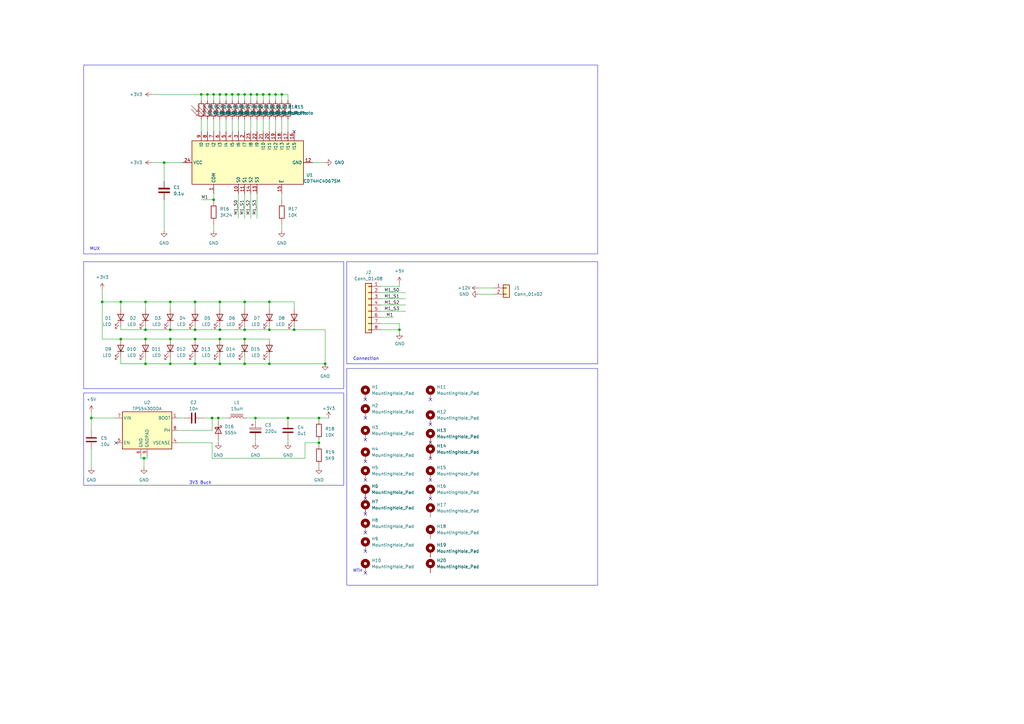
<source format=kicad_sch>
(kicad_sch (version 20230121) (generator eeschema)
  (paper "A3")
  (lib_symbols
    (symbol "74xx:CD74HC4067SM"
      (property "Reference" "U" (at -8.89 22.86 0))
      (property "Value" "CD74HC4067SM" (at 1.27 22.86 0))
      (symbol "CD74HC4067SM_0_1"
        (rectangle (start -8.89 21.59) (end 8.89 -24.13) (stroke (width 0.254)) (fill (type background)))
      )
      (symbol "CD74HC4067SM_1_1"
        (pin passive line (at -12.7 12.7 0) (length 3.81) (name "COM") (number "1"))
        (pin input line (at -12.7 2.54 0) (length 3.81) (name "S0") (number "10"))
        (pin input line (at -12.7 0 0) (length 3.81) (name "S1") (number "11"))
        (pin power_in line (at 0 -27.94 90) (length 3.81) (name "GND") (number "12"))
        (pin input line (at -12.7 -5.08 0) (length 3.81) (name "S3") (number "13"))
        (pin input line (at -12.7 -2.54 0) (length 3.81) (name "S2") (number "14"))
        (pin input line (at -12.7 -15.24 0) (length 3.81) (name "~{E}") (number "15"))
        (pin passive line (at 12.7 -20.32 180) (length 3.81) (name "I15") (number "16"))
        (pin passive line (at 12.7 -17.78 180) (length 3.81) (name "I14") (number "17"))
        (pin passive line (at 12.7 -15.24 180) (length 3.81) (name "I13") (number "18"))
        (pin passive line (at 12.7 -12.7 180) (length 3.81) (name "I12") (number "19"))
        (pin passive line (at 12.7 0 180) (length 3.81) (name "I7") (number "2"))
        (pin passive line (at 12.7 -10.16 180) (length 3.81) (name "I11") (number "20"))
        (pin passive line (at 12.7 -7.62 180) (length 3.81) (name "I10") (number "21"))
        (pin passive line (at 12.7 -5.08 180) (length 3.81) (name "I9") (number "22"))
        (pin passive line (at 12.7 -2.54 180) (length 3.81) (name "I8") (number "23"))
        (pin power_in line (at 0 25.4 270) (length 3.81) (name "VCC") (number "24"))
        (pin passive line (at 12.7 2.54 180) (length 3.81) (name "I6") (number "3"))
        (pin passive line (at 12.7 5.08 180) (length 3.81) (name "I5") (number "4"))
        (pin passive line (at 12.7 7.62 180) (length 3.81) (name "I4") (number "5"))
        (pin passive line (at 12.7 10.16 180) (length 3.81) (name "I3") (number "6"))
        (pin passive line (at 12.7 12.7 180) (length 3.81) (name "I2") (number "7"))
        (pin passive line (at 12.7 15.24 180) (length 3.81) (name "I1") (number "8"))
        (pin passive line (at 12.7 17.78 180) (length 3.81) (name "I0") (number "9"))
      )
    )
    (symbol "Connector_Generic:Conn_01x02" (pin_names (offset 1.016) hide)
      (property "Reference" "J" (at 0 2.54 0))
      (property "Value" "Conn_01x02" (at 0 -5.08 0))
      (symbol "Conn_01x02_1_1"
        (rectangle (start -1.27 -2.413) (end 0 -2.667) (stroke (width 0.1524)))
        (rectangle (start -1.27 0.127) (end 0 -0.127) (stroke (width 0.1524)))
        (rectangle (start -1.27 1.27) (end 1.27 -3.81) (stroke (width 0.254)) (fill (type background)))
        (pin passive line (at -5.08 0 0) (length 3.81) (name "Pin_1") (number "1"))
        (pin passive line (at -5.08 -2.54 0) (length 3.81) (name "Pin_2") (number "2"))
      )
    )
    (symbol "Connector_Generic:Conn_01x08" (pin_names (offset 1.016) hide)
      (property "Reference" "J" (at 0 10.16 0))
      (property "Value" "Conn_01x08" (at 0 -12.7 0))
      (symbol "Conn_01x08_1_1"
        (rectangle (start -1.27 -10.033) (end 0 -10.287) (stroke (width 0.1524)))
        (rectangle (start -1.27 -7.493) (end 0 -7.747) (stroke (width 0.1524)))
        (rectangle (start -1.27 -4.953) (end 0 -5.207) (stroke (width 0.1524)))
        (rectangle (start -1.27 -2.413) (end 0 -2.667) (stroke (width 0.1524)))
        (rectangle (start -1.27 0.127) (end 0 -0.127) (stroke (width 0.1524)))
        (rectangle (start -1.27 2.667) (end 0 2.413) (stroke (width 0.1524)))
        (rectangle (start -1.27 5.207) (end 0 4.953) (stroke (width 0.1524)))
        (rectangle (start -1.27 7.747) (end 0 7.493) (stroke (width 0.1524)))
        (rectangle (start -1.27 8.89) (end 1.27 -11.43) (stroke (width 0.254)) (fill (type background)))
        (pin passive line (at -5.08 7.62 0) (length 3.81) (name "Pin_1") (number "1"))
        (pin passive line (at -5.08 5.08 0) (length 3.81) (name "Pin_2") (number "2"))
        (pin passive line (at -5.08 2.54 0) (length 3.81) (name "Pin_3") (number "3"))
        (pin passive line (at -5.08 0 0) (length 3.81) (name "Pin_4") (number "4"))
        (pin passive line (at -5.08 -2.54 0) (length 3.81) (name "Pin_5") (number "5"))
        (pin passive line (at -5.08 -5.08 0) (length 3.81) (name "Pin_6") (number "6"))
        (pin passive line (at -5.08 -7.62 0) (length 3.81) (name "Pin_7") (number "7"))
        (pin passive line (at -5.08 -10.16 0) (length 3.81) (name "Pin_8") (number "8"))
      )
    )
    (symbol "Device:C" (pin_numbers hide) (pin_names (offset 0.254))
      (property "Reference" "C" (at 0.635 2.54 0))
      (property "Value" "C" (at 0.635 -2.54 0))
      (symbol "C_0_1"
        (polyline (pts (xy -2.032 -0.762) (xy 2.032 -0.762)) (stroke (width 0.508)))
        (polyline (pts (xy -2.032 0.762) (xy 2.032 0.762)) (stroke (width 0.508)))
      )
      (symbol "C_1_1"
        (pin passive line (at 0 3.81 270) (length 2.794) (name "~") (number "1"))
        (pin passive line (at 0 -3.81 90) (length 2.794) (name "~") (number "2"))
      )
    )
    (symbol "Device:C_Polarized" (pin_numbers hide) (pin_names (offset 0.254))
      (property "Reference" "C" (at 0.635 2.54 0))
      (property "Value" "C_Polarized" (at 0.635 -2.54 0))
      (symbol "C_Polarized_0_1"
        (rectangle (start -2.286 0.508) (end 2.286 1.016))
        (polyline (pts (xy -1.778 2.286) (xy -0.762 2.286)))
        (polyline (pts (xy -1.27 2.794) (xy -1.27 1.778)))
        (rectangle (start 2.286 -0.508) (end -2.286 -1.016) (fill (type outline)))
      )
      (symbol "C_Polarized_1_1"
        (pin passive line (at 0 3.81 270) (length 2.794) (name "~") (number "1"))
        (pin passive line (at 0 -3.81 90) (length 2.794) (name "~") (number "2"))
      )
    )
    (symbol "Device:LED" (pin_numbers hide) (pin_names (offset 1.016) hide)
      (property "Reference" "D" (at 0 2.54 0))
      (property "Value" "LED" (at 0 -2.54 0))
      (symbol "LED_0_1"
        (polyline (pts (xy -1.27 -1.27) (xy -1.27 1.27)) (stroke (width 0.254)))
        (polyline (pts (xy -1.27 0) (xy 1.27 0)))
        (polyline (pts (xy 1.27 -1.27) (xy 1.27 1.27) (xy -1.27 0) (xy 1.27 -1.27)) (stroke (width 0.254)))
        (polyline (pts (xy -3.048 -0.762) (xy -4.572 -2.286) (xy -3.81 -2.286) (xy -4.572 -2.286) (xy -4.572 -1.524)))
        (polyline (pts (xy -1.778 -0.762) (xy -3.302 -2.286) (xy -2.54 -2.286) (xy -3.302 -2.286) (xy -3.302 -1.524)))
      )
      (symbol "LED_1_1"
        (pin passive line (at -3.81 0 0) (length 2.54) (name "K") (number "1"))
        (pin passive line (at 3.81 0 180) (length 2.54) (name "A") (number "2"))
      )
    )
    (symbol "Device:L_Iron" (pin_numbers hide) (pin_names (offset 1.016) hide)
      (property "Reference" "L" (at -1.27 0 90))
      (property "Value" "L_Iron" (at 2.794 0 90))
      (symbol "L_Iron_0_1"
        (arc (start 0 -2.54) (mid 0.6323 -1.905) (end 0 -1.27))
        (arc (start 0 -1.27) (mid 0.6323 -0.635) (end 0 0))
        (polyline (pts (xy 1.016 2.54) (xy 1.016 -2.54)))
        (polyline (pts (xy 1.524 -2.54) (xy 1.524 2.54)))
        (arc (start 0 0) (mid 0.6323 0.635) (end 0 1.27))
        (arc (start 0 1.27) (mid 0.6323 1.905) (end 0 2.54))
      )
      (symbol "L_Iron_1_1"
        (pin passive line (at 0 3.81 270) (length 1.27) (name "1") (number "1"))
        (pin passive line (at 0 -3.81 90) (length 1.27) (name "2") (number "2"))
      )
    )
    (symbol "Device:R" (pin_numbers hide) (pin_names (offset 0))
      (property "Reference" "R" (at 2.032 0 90))
      (property "Value" "R" (at 0 0 90))
      (symbol "R_0_1"
        (rectangle (start -1.016 -2.54) (end 1.016 2.54) (stroke (width 0.254)))
      )
      (symbol "R_1_1"
        (pin passive line (at 0 3.81 270) (length 1.27) (name "~") (number "1"))
        (pin passive line (at 0 -3.81 90) (length 1.27) (name "~") (number "2"))
      )
    )
    (symbol "Device:R_Photo" (pin_numbers hide) (pin_names (offset 0))
      (property "Reference" "R" (at 1.27 1.27 0))
      (property "Value" "R_Photo" (at 1.27 0 0))
      (symbol "R_Photo_0_1"
        (rectangle (start -1.016 2.54) (end 1.016 -2.54) (stroke (width 0.254)))
        (polyline (pts (xy -1.524 -2.286) (xy -4.064 0.254)))
        (polyline (pts (xy -1.524 -2.286) (xy -2.286 -2.286)))
        (polyline (pts (xy -1.524 -2.286) (xy -1.524 -1.524)))
        (polyline (pts (xy -1.524 -0.762) (xy -4.064 1.778)))
        (polyline (pts (xy -1.524 -0.762) (xy -2.286 -0.762)))
        (polyline (pts (xy -1.524 -0.762) (xy -1.524 0)))
      )
      (symbol "R_Photo_1_1"
        (pin passive line (at 0 3.81 270) (length 1.27) (name "~") (number "1"))
        (pin passive line (at 0 -3.81 90) (length 1.27) (name "~") (number "2"))
      )
    )
    (symbol "Diode:B340" (pin_numbers hide) (pin_names (offset 1.016) hide)
      (property "Reference" "D" (at 0 2.54 0))
      (property "Value" "B340" (at 0 -2.54 0))
      (symbol "B340_0_1"
        (polyline (pts (xy 1.27 0) (xy -1.27 0)))
        (polyline (pts (xy 1.27 1.27) (xy 1.27 -1.27) (xy -1.27 0) (xy 1.27 1.27)) (stroke (width 0.254)))
        (polyline (pts (xy -1.905 0.635) (xy -1.905 1.27) (xy -1.27 1.27) (xy -1.27 -1.27) (xy -0.635 -1.27) (xy -0.635 -0.635)) (stroke (width 0.254)))
      )
      (symbol "B340_1_1"
        (pin passive line (at -3.81 0 0) (length 2.54) (name "K") (number "1"))
        (pin passive line (at 3.81 0 180) (length 2.54) (name "A") (number "2"))
      )
    )
    (symbol "Mechanical:MountingHole_Pad" (pin_numbers hide) (pin_names (offset 1.016) hide)
      (property "Reference" "H" (at 0 6.35 0))
      (property "Value" "MountingHole_Pad" (at 0 4.445 0))
      (symbol "MountingHole_Pad_0_1"
        (circle (center 0 1.27) (radius 1.27) (stroke (width 1.27)))
      )
      (symbol "MountingHole_Pad_1_1"
        (pin input line (at 0 -2.54 90) (length 2.54) (name "1") (number "1"))
      )
    )
    (symbol "Regulator_Switching:TPS5430DDA"
      (property "Reference" "U" (at -10.16 8.89 0))
      (property "Value" "TPS5430DDA" (at -1.27 8.89 0))
      (symbol "TPS5430DDA_0_1"
        (rectangle (start -10.16 7.62) (end 10.16 -7.62) (stroke (width 0.254)) (fill (type background)))
      )
      (symbol "TPS5430DDA_1_1"
        (pin input line (at 12.7 5.08 180) (length 2.54) (name "BOOT") (number "1"))
        (pin no_connect line (at -10.16 2.54 0) (length 2.54) hide (name "NC") (number "2"))
        (pin no_connect line (at -10.16 -2.54 0) (length 2.54) hide (name "NC") (number "3"))
        (pin input line (at 12.7 -5.08 180) (length 2.54) (name "VSENSE") (number "4"))
        (pin input line (at -12.7 -5.08 0) (length 2.54) (name "EN") (number "5"))
        (pin power_in line (at -2.54 -10.16 90) (length 2.54) (name "GND") (number "6"))
        (pin power_in line (at -12.7 5.08 0) (length 2.54) (name "VIN") (number "7"))
        (pin output line (at 12.7 0 180) (length 2.54) (name "PH") (number "8"))
        (pin power_in line (at 0 -10.16 90) (length 2.54) (name "GNDPAD") (number "9"))
      )
    )
    (symbol "power:+12V" (power) (pin_names (offset 0))
      (property "Value" "+12V" (at 0 3.556 0))
      (symbol "+12V_0_1"
        (polyline (pts (xy -0.762 1.27) (xy 0 2.54)))
        (polyline (pts (xy 0 0) (xy 0 2.54)))
        (polyline (pts (xy 0 2.54) (xy 0.762 1.27)))
      )
      (symbol "+12V_1_1"
        (pin power_in line (at 0 0 90) (length 0) hide (name "+12V") (number "1"))
      )
    )
    (symbol "power:+3V3" (power) (pin_names (offset 0))
      (property "Value" "+3V3" (at 0 3.556 0))
      (symbol "+3V3_0_1"
        (polyline (pts (xy -0.762 1.27) (xy 0 2.54)))
        (polyline (pts (xy 0 0) (xy 0 2.54)))
        (polyline (pts (xy 0 2.54) (xy 0.762 1.27)))
      )
      (symbol "+3V3_1_1"
        (pin power_in line (at 0 0 90) (length 0) hide (name "+3V3") (number "1"))
      )
    )
    (symbol "power:+5V" (power) (pin_names (offset 0))
      (property "Value" "+5V" (at 0 3.556 0))
      (symbol "+5V_0_1"
        (polyline (pts (xy -0.762 1.27) (xy 0 2.54)))
        (polyline (pts (xy 0 0) (xy 0 2.54)))
        (polyline (pts (xy 0 2.54) (xy 0.762 1.27)))
      )
      (symbol "+5V_1_1"
        (pin power_in line (at 0 0 90) (length 0) hide (name "+5V") (number "1"))
      )
    )
    (symbol "power:GND" (power) (pin_names (offset 0))
      (property "Value" "GND" (at 0 -3.81 0))
      (symbol "GND_0_1"
        (polyline (pts (xy 0 0) (xy 0 -1.27) (xy 1.27 -1.27) (xy 0 -2.54) (xy -1.27 -1.27) (xy 0 -1.27)))
      )
      (symbol "GND_1_1"
        (pin power_in line (at 0 0 270) (length 0) hide (name "GND") (number "1"))
      )
    )
    (symbol "vincent:C" (pin_numbers hide) (pin_names hide)
      (property "Reference" "C" (at 0 3.81 0))
      (property "Value" "C" (at 0 -3.81 0))
      (symbol "C_1_1"
        (rectangle (start -1.016 2.286) (end -0.508 -2.286) (fill (type outline)))
        (rectangle (start 0.508 2.286) (end 1.016 -2.286) (fill (type outline)))
        (pin passive line (at -3.81 0 0) (length 2.8) (name "~") (number "1"))
        (pin passive line (at 3.81 0 180) (length 2.8) (name "~") (number "2"))
      )
    )
    (symbol "vincent:R" (pin_numbers hide) (pin_names hide)
      (property "Reference" "R" (at 0 2.54 0))
      (property "Value" "Resistor" (at 0 -2.54 0))
      (symbol "R_0_1"
        (rectangle (start 2.54 -1.016) (end -2.54 1.016) (stroke (width 0.254)))
      )
      (symbol "R_1_1"
        (pin passive line (at -5.08 0 0) (length 2.54) (name "~") (number "1"))
        (pin passive line (at 5.08 0 180) (length 2.54) (name "~") (number "2"))
      )
    )
  )
  (junction (at 133.35 149.225))
  (junction (at 87.63 38.735))
  (junction (at 102.87 38.735))
  (junction (at 49.53 139.065))
  (junction (at 41.91 123.825))
  (junction (at 80.01 135.255))
  (junction (at 100.33 123.825))
  (junction (at 100.33 38.735))
  (junction (at 130.81 181.61))
  (junction (at 80.01 149.225))
  (junction (at 100.33 135.255))
  (junction (at 86.995 171.45))
  (junction (at 92.71 38.735))
  (junction (at 107.95 38.735))
  (junction (at 59.69 149.225))
  (junction (at 100.33 149.225))
  (junction (at 90.17 38.735))
  (junction (at 80.01 123.825))
  (junction (at 90.17 123.825))
  (junction (at 130.81 171.45))
  (junction (at 90.17 139.065))
  (junction (at 110.49 38.735))
  (junction (at 110.49 149.225))
  (junction (at 110.49 135.255))
  (junction (at 69.85 149.225))
  (junction (at 69.85 123.825))
  (junction (at 37.465 171.45))
  (junction (at 69.85 139.065))
  (junction (at 69.85 135.255))
  (junction (at 87.63 81.915))
  (junction (at 100.33 139.065))
  (junction (at 59.055 187.96))
  (junction (at 82.55 38.735))
  (junction (at 80.01 139.065))
  (junction (at 104.775 171.45))
  (junction (at 90.17 149.225))
  (junction (at 67.31 66.675))
  (junction (at 85.09 38.735))
  (junction (at 105.41 38.735))
  (junction (at 90.17 135.255))
  (junction (at 120.65 135.255))
  (junction (at 113.03 38.735))
  (junction (at 89.535 171.45))
  (junction (at 49.53 123.825))
  (junction (at 110.49 123.825))
  (junction (at 115.57 38.735))
  (junction (at 97.79 38.735))
  (junction (at 163.83 135.255))
  (junction (at 118.11 171.45))
  (junction (at 95.25 38.735))
  (junction (at 59.69 123.825))
  (junction (at 59.69 135.255))
  (junction (at 59.69 139.065))
  (no_connect (at 176.53 163.83))
  (no_connect (at 176.53 181.61))
  (no_connect (at 176.53 204.47))
  (no_connect (at 149.86 204.47))
  (no_connect (at 149.86 163.83))
  (no_connect (at 149.86 189.23))
  (no_connect (at 149.86 218.44))
  (no_connect (at 149.86 196.85))
  (no_connect (at 176.53 173.99))
  (no_connect (at 149.86 210.82))
  (no_connect (at 149.86 226.06))
  (no_connect (at 149.86 234.95))
  (no_connect (at 149.86 171.45))
  (no_connect (at 120.65 53.975))
  (no_connect (at 176.53 187.96))
  (no_connect (at 176.53 196.85))
  (no_connect (at 149.86 180.34))
  (no_connect (at 47.625 181.61))
  (wire (pts (xy 130.81 171.45) (xy 134.7978 171.45)))
  (wire (pts (xy 59.69 139.065) (xy 69.85 139.065)))
  (wire (pts (xy 82.55 48.895) (xy 82.55 53.975)))
  (wire (pts (xy 73.025 181.61) (xy 86.995 181.61)))
  (wire (pts (xy 163.83 116.205) (xy 163.83 117.475)))
  (wire (pts (xy 59.055 191.77) (xy 59.055 187.96)))
  (wire (pts (xy 37.465 171.45) (xy 37.465 168.91)))
  (wire (pts (xy 115.57 38.735) (xy 113.03 38.735)))
  (wire (pts (xy 125.095 181.61) (xy 130.81 181.61)))
  (wire (pts (xy 100.33 149.225) (xy 110.49 149.225)))
  (wire (pts (xy 163.83 135.255) (xy 163.83 136.525)))
  (wire (pts (xy 104.775 171.45) (xy 118.11 171.45)))
  (wire (pts (xy 110.49 123.825) (xy 100.33 123.825)))
  (wire (pts (xy 120.65 135.255) (xy 133.35 135.255)))
  (wire (pts (xy 80.01 149.225) (xy 90.17 149.225)))
  (wire (pts (xy 105.41 79.375) (xy 105.41 89.535)))
  (wire (pts (xy 166.37 127.635) (xy 156.21 127.635)))
  (wire (pts (xy 130.81 181.61) (xy 130.81 182.88)))
  (wire (pts (xy 90.17 48.895) (xy 90.17 53.975)))
  (wire (pts (xy 128.27 66.675) (xy 133.35 66.675)))
  (wire (pts (xy 102.87 38.735) (xy 100.33 38.735)))
  (wire (pts (xy 80.01 133.985) (xy 80.01 135.255)))
  (wire (pts (xy 110.49 146.685) (xy 110.49 149.225)))
  (wire (pts (xy 107.95 48.895) (xy 107.95 53.975)))
  (wire (pts (xy 107.95 38.735) (xy 105.41 38.735)))
  (wire (pts (xy 95.25 38.735) (xy 95.25 41.275)))
  (wire (pts (xy 80.01 146.685) (xy 80.01 149.225)))
  (wire (pts (xy 97.79 79.375) (xy 97.79 89.535)))
  (wire (pts (xy 118.11 171.45) (xy 130.81 171.45)))
  (wire (pts (xy 67.31 66.675) (xy 74.93 66.675)))
  (wire (pts (xy 102.87 38.735) (xy 102.87 41.275)))
  (wire (pts (xy 73.025 176.53) (xy 86.995 176.53)))
  (wire (pts (xy 118.11 38.735) (xy 118.11 41.275)))
  (wire (pts (xy 102.87 48.895) (xy 102.87 53.975)))
  (wire (pts (xy 92.71 38.735) (xy 92.71 41.275)))
  (wire (pts (xy 82.55 38.735) (xy 62.23 38.735)))
  (wire (pts (xy 196.215 120.65) (xy 202.565 120.65)))
  (wire (pts (xy 90.17 38.735) (xy 90.17 41.275)))
  (wire (pts (xy 100.33 133.985) (xy 100.33 135.255)))
  (wire (pts (xy 115.57 48.895) (xy 115.57 53.975)))
  (wire (pts (xy 90.17 123.825) (xy 80.01 123.825)))
  (wire (pts (xy 166.37 125.095) (xy 156.21 125.095)))
  (wire (pts (xy 118.11 48.895) (xy 118.11 53.975)))
  (wire (pts (xy 100.33 38.735) (xy 100.33 41.275)))
  (wire (pts (xy 110.49 38.735) (xy 110.49 41.275)))
  (wire (pts (xy 110.49 38.735) (xy 107.95 38.735)))
  (wire (pts (xy 87.63 79.375) (xy 87.63 81.915)))
  (wire (pts (xy 73.025 171.45) (xy 75.565 171.45)))
  (wire (pts (xy 133.35 135.255) (xy 133.35 149.225)))
  (wire (pts (xy 59.69 126.365) (xy 59.69 123.825)))
  (wire (pts (xy 80.01 126.365) (xy 80.01 123.825)))
  (wire (pts (xy 69.85 135.255) (xy 80.01 135.255)))
  (wire (pts (xy 90.17 133.985) (xy 90.17 135.255)))
  (wire (pts (xy 90.17 139.065) (xy 100.33 139.065)))
  (wire (pts (xy 100.965 171.45) (xy 104.775 171.45)))
  (wire (pts (xy 163.83 132.715) (xy 163.83 135.255)))
  (wire (pts (xy 196.215 118.11) (xy 202.565 118.11)))
  (wire (pts (xy 166.37 122.555) (xy 156.21 122.555)))
  (wire (pts (xy 95.25 38.735) (xy 92.71 38.735)))
  (wire (pts (xy 115.57 79.375) (xy 115.57 81.915)))
  (wire (pts (xy 113.03 38.735) (xy 113.03 41.275)))
  (wire (pts (xy 105.41 48.895) (xy 105.41 53.975)))
  (wire (pts (xy 90.17 146.685) (xy 90.17 149.225)))
  (wire (pts (xy 69.85 139.065) (xy 80.01 139.065)))
  (wire (pts (xy 110.49 149.225) (xy 133.35 149.225)))
  (wire (pts (xy 86.995 181.61) (xy 86.995 187.96)))
  (wire (pts (xy 95.25 48.895) (xy 95.25 53.975)))
  (wire (pts (xy 69.85 123.825) (xy 59.69 123.825)))
  (wire (pts (xy 118.11 171.45) (xy 118.11 172.72)))
  (wire (pts (xy 59.69 146.685) (xy 59.69 149.225)))
  (wire (pts (xy 90.17 38.735) (xy 87.63 38.735)))
  (wire (pts (xy 85.09 38.735) (xy 82.55 38.735)))
  (wire (pts (xy 120.65 126.365) (xy 120.65 123.825)))
  (wire (pts (xy 60.325 187.96) (xy 59.055 187.96)))
  (wire (pts (xy 87.63 38.735) (xy 85.09 38.735)))
  (wire (pts (xy 67.31 66.675) (xy 67.31 74.295)))
  (wire (pts (xy 100.33 38.735) (xy 97.79 38.735)))
  (wire (pts (xy 156.21 117.475) (xy 163.83 117.475)))
  (wire (pts (xy 69.85 126.365) (xy 69.85 123.825)))
  (wire (pts (xy 87.63 48.895) (xy 87.63 53.975)))
  (wire (pts (xy 97.79 38.735) (xy 97.79 41.275)))
  (wire (pts (xy 89.535 171.45) (xy 93.345 171.45)))
  (wire (pts (xy 97.79 48.895) (xy 97.79 53.975)))
  (wire (pts (xy 86.995 171.45) (xy 89.535 171.45)))
  (wire (pts (xy 49.53 149.225) (xy 59.69 149.225)))
  (wire (pts (xy 92.71 48.895) (xy 92.71 53.975)))
  (wire (pts (xy 130.81 180.34) (xy 130.81 181.61)))
  (wire (pts (xy 85.09 48.895) (xy 85.09 53.975)))
  (wire (pts (xy 59.69 123.825) (xy 49.53 123.825)))
  (wire (pts (xy 41.91 118.745) (xy 41.91 123.825)))
  (wire (pts (xy 156.21 135.255) (xy 163.83 135.255)))
  (wire (pts (xy 100.33 79.375) (xy 100.33 89.535)))
  (wire (pts (xy 118.11 180.34) (xy 118.11 181.61)))
  (wire (pts (xy 125.095 187.96) (xy 125.095 181.61)))
  (wire (pts (xy 110.49 135.255) (xy 120.65 135.255)))
  (wire (pts (xy 104.775 180.34) (xy 104.775 181.61)))
  (wire (pts (xy 130.81 171.45) (xy 130.81 172.72)))
  (wire (pts (xy 59.69 133.985) (xy 59.69 135.255)))
  (wire (pts (xy 69.85 133.985) (xy 69.85 135.255)))
  (wire (pts (xy 156.21 132.715) (xy 163.83 132.715)))
  (wire (pts (xy 100.33 139.065) (xy 110.49 139.065)))
  (wire (pts (xy 37.465 171.45) (xy 47.625 171.45)))
  (wire (pts (xy 118.11 38.735) (xy 115.57 38.735)))
  (wire (pts (xy 49.53 126.365) (xy 49.53 123.825)))
  (wire (pts (xy 102.87 79.375) (xy 102.87 89.535)))
  (wire (pts (xy 100.33 146.685) (xy 100.33 149.225)))
  (wire (pts (xy 59.69 149.225) (xy 69.85 149.225)))
  (wire (pts (xy 166.37 120.015) (xy 156.21 120.015)))
  (wire (pts (xy 59.69 135.255) (xy 69.85 135.255)))
  (wire (pts (xy 92.71 38.735) (xy 90.17 38.735)))
  (wire (pts (xy 37.465 184.15) (xy 37.465 191.77)))
  (wire (pts (xy 97.79 38.735) (xy 95.25 38.735)))
  (wire (pts (xy 100.33 48.895) (xy 100.33 53.975)))
  (wire (pts (xy 57.785 186.69) (xy 57.785 187.96)))
  (wire (pts (xy 110.49 126.365) (xy 110.49 123.825)))
  (wire (pts (xy 80.01 139.065) (xy 90.17 139.065)))
  (wire (pts (xy 83.185 171.45) (xy 86.995 171.45)))
  (wire (pts (xy 115.57 38.735) (xy 115.57 41.275)))
  (wire (pts (xy 41.91 123.825) (xy 49.53 123.825)))
  (wire (pts (xy 130.81 190.5) (xy 130.81 191.77)))
  (wire (pts (xy 69.85 149.225) (xy 80.01 149.225)))
  (wire (pts (xy 82.55 38.735) (xy 82.55 41.275)))
  (wire (pts (xy 120.65 133.985) (xy 120.65 135.255)))
  (wire (pts (xy 87.63 38.735) (xy 87.63 41.275)))
  (wire (pts (xy 100.33 123.825) (xy 90.17 123.825)))
  (wire (pts (xy 80.01 135.255) (xy 90.17 135.255)))
  (wire (pts (xy 107.95 38.735) (xy 107.95 41.275)))
  (wire (pts (xy 85.09 38.735) (xy 85.09 41.275)))
  (wire (pts (xy 87.63 92.075) (xy 87.63 94.615)))
  (wire (pts (xy 105.41 38.735) (xy 105.41 41.275)))
  (wire (pts (xy 41.91 139.065) (xy 49.53 139.065)))
  (wire (pts (xy 69.85 146.685) (xy 69.85 149.225)))
  (wire (pts (xy 80.01 123.825) (xy 69.85 123.825)))
  (wire (pts (xy 49.53 133.985) (xy 49.53 135.255)))
  (wire (pts (xy 100.33 135.255) (xy 110.49 135.255)))
  (wire (pts (xy 89.535 180.34) (xy 89.535 181.61)))
  (wire (pts (xy 62.23 66.675) (xy 67.31 66.675)))
  (wire (pts (xy 110.49 48.895) (xy 110.49 53.975)))
  (wire (pts (xy 115.57 92.075) (xy 115.57 94.615)))
  (wire (pts (xy 67.31 81.915) (xy 67.31 94.615)))
  (wire (pts (xy 100.33 126.365) (xy 100.33 123.825)))
  (wire (pts (xy 57.785 187.96) (xy 59.055 187.96)))
  (wire (pts (xy 49.53 146.685) (xy 49.53 149.225)))
  (wire (pts (xy 105.41 38.735) (xy 102.87 38.735)))
  (wire (pts (xy 104.775 171.45) (xy 104.775 172.72)))
  (wire (pts (xy 89.535 171.45) (xy 89.535 172.72)))
  (wire (pts (xy 49.53 139.065) (xy 59.69 139.065)))
  (wire (pts (xy 49.53 135.255) (xy 59.69 135.255)))
  (wire (pts (xy 86.995 187.96) (xy 125.095 187.96)))
  (wire (pts (xy 110.49 133.985) (xy 110.49 135.255)))
  (wire (pts (xy 86.995 176.53) (xy 86.995 171.45)))
  (wire (pts (xy 113.03 48.895) (xy 113.03 53.975)))
  (wire (pts (xy 41.91 123.825) (xy 41.91 139.065)))
  (wire (pts (xy 82.55 81.915) (xy 87.63 81.915)))
  (wire (pts (xy 120.65 123.825) (xy 110.49 123.825)))
  (wire (pts (xy 90.17 135.255) (xy 100.33 135.255)))
  (wire (pts (xy 37.465 171.45) (xy 37.465 176.53)))
  (wire (pts (xy 161.29 130.175) (xy 156.21 130.175)))
  (wire (pts (xy 90.17 126.365) (xy 90.17 123.825)))
  (wire (pts (xy 90.17 149.225) (xy 100.33 149.225)))
  (wire (pts (xy 110.49 38.735) (xy 113.03 38.735)))
  (wire (pts (xy 60.325 186.69) (xy 60.325 187.96)))
  (rectangle (start 34.29 26.67) (end 245.11 104.14))
  (rectangle (start 34.29 107.315) (end 140.97 159.385))
  (rectangle (start 142.24 151.13) (end 245.11 240.03))
  (rectangle (start 34.29 161.163) (end 140.97 199.009))
  (rectangle (start 142.24 107.315) (end 245.11 149.225))
  (text "MUX" (at 36.83 102.87 0) (effects (font (size 1.27 1.27)) (justify left bottom)))
  (text "3V3 Buck" (at 77.5462 198.8058 0) (effects (font (size 1.27 1.27)) (justify left bottom)))
  (text "Connection" (at 144.78 147.955 0) (effects (font (size 1.27 1.27)) (justify left bottom)))
  (text "MTH" (at 144.78 234.95 0) (effects (font (size 1.27 1.27)) (justify left bottom)))
  (label "M1" (at 82.55 81.915 0))
  (label "M1_S3" (at 105.41 81.915 270))
  (label "M1_S0" (at 97.79 81.915 270))
  (label "M1_S2" (at 102.87 81.915 270))
  (label "M1_S1" (at 100.33 81.915 270))
  (label "M1" (at 161.29 130.175 180))
  (label "M1_S1" (at 163.83 122.555 180))
  (label "M1_S3" (at 163.83 127.635 180))
  (label "M1_S0" (at 163.83 120.015 180))
  (label "M1_S2" (at 163.83 125.095 180))
  (symbol (lib_id "Mechanical:MountingHole_Pad") (at 176.53 194.31 0) (unit 1)
    (property "Reference" "H15" (at 179.07 191.77 0) (effects (justify left)))
    (property "Value" "MountingHole_Pad" (at 179.07 194.31 0) (effects (justify left)))
    (property "Footprint" "MountingHole:MountingHole_3mm_Pad_Via" (effects hide))
  )
  (symbol (lib_id "Mechanical:MountingHole_Pad") (at 176.53 226.06 0) (unit 1)
    (property "Reference" "H19" (at 179.07 223.52 0) (effects (justify left)))
    (property "Value" "MountingHole_Pad" (at 179.07 226.06 0) (effects (justify left)))
    (property "Footprint" "MountingHole:MountingHole_3mm_Pad_Via" (effects hide))
  )
  (symbol (lib_id "Device:R_Photo") (at 118.11 45.085 0) (unit 1)
    (property "Reference" "R15" (at 120.65 43.8149 0) (effects (justify left)))
    (property "Value" "R_Photo" (at 120.65 46.3549 0) (effects (justify left)))
    (property "Footprint" "Library:ALS-PT19" (effects hide))
  )
  (symbol (lib_id "power:GND") (at 104.775 181.61 0) (unit 1)
    (property "Reference" "#PWR016" (effects hide))
    (property "Value" "GND" (at 104.775 186.69 0))
  )
  (symbol (lib_id "power:GND") (at 163.83 136.525 0) (unit 1)
    (property "Reference" "#PWR011" (effects hide))
    (property "Value" "GND" (at 161.925 140.97 0) (effects (justify left)))
  )
  (symbol (lib_id "Mechanical:MountingHole_Pad") (at 149.86 215.9 0) (unit 1)
    (property "Reference" "H8" (at 152.4 213.36 0) (effects (justify left)))
    (property "Value" "MountingHole_Pad" (at 152.4 215.9 0) (effects (justify left)))
    (property "Footprint" "MountingHole:MountingHole_3mm_Pad_Via" (effects hide))
  )
  (symbol (lib_id "Device:LED") (at 80.01 130.175 270) (mirror x) (unit 1)
    (property "Reference" "D4" (at 76.2 130.4924 90) (effects (justify right)))
    (property "Value" "LED" (at 76.2 133.0324 90) (effects (justify right)))
    (property "Footprint" "Library:LED-3528" (effects hide))
  )
  (symbol (lib_id "Device:LED") (at 100.33 142.875 270) (mirror x) (unit 1)
    (property "Reference" "D14" (at 96.52 143.1924 90) (effects (justify right)))
    (property "Value" "LED" (at 96.52 145.7324 90) (effects (justify right)))
    (property "Footprint" "Library:LED-3528" (effects hide))
  )
  (symbol (lib_id "Device:R") (at 130.81 176.53 0) (unit 1)
    (property "Reference" "R18" (at 133.35 175.895 0) (effects (justify left)))
    (property "Value" "10K" (at 133.35 178.435 0) (effects (justify left)))
    (property "Footprint" "Library:res0603" (effects hide))
  )
  (symbol (lib_id "Device:LED") (at 59.69 130.175 270) (mirror x) (unit 1)
    (property "Reference" "D2" (at 55.88 130.4924 90) (effects (justify right)))
    (property "Value" "LED" (at 55.88 133.0324 90) (effects (justify right)))
    (property "Footprint" "Library:LED-3528" (effects hide))
  )
  (symbol (lib_id "Device:LED") (at 59.69 142.875 270) (mirror x) (unit 1)
    (property "Reference" "D10" (at 55.88 143.1924 90) (effects (justify right)))
    (property "Value" "LED" (at 55.88 145.7324 90) (effects (justify right)))
    (property "Footprint" "Library:LED-3528" (effects hide))
  )
  (symbol (lib_id "Device:LED") (at 110.49 130.175 270) (mirror x) (unit 1)
    (property "Reference" "D7" (at 106.68 130.4924 90) (effects (justify right)))
    (property "Value" "LED" (at 106.68 133.0324 90) (effects (justify right)))
    (property "Footprint" "Library:LED-3528" (effects hide))
  )
  (symbol (lib_id "Device:LED") (at 120.65 130.175 270) (mirror x) (unit 1)
    (property "Reference" "D8" (at 116.84 130.4924 90) (effects (justify right)))
    (property "Value" "LED" (at 116.84 133.0324 90) (effects (justify right)))
    (property "Footprint" "Library:LED-3528" (effects hide))
  )
  (symbol (lib_id "Device:R_Photo") (at 82.55 45.085 0) (unit 1)
    (property "Reference" "R1" (at 85.09 43.8149 0) (effects (justify left)))
    (property "Value" "R_Photo" (at 85.09 46.3549 0) (effects (justify left)))
    (property "Footprint" "Library:ALS-PT19" (effects hide))
  )
  (symbol (lib_id "Mechanical:MountingHole_Pad") (at 149.86 168.91 0) (unit 1)
    (property "Reference" "H2" (at 152.4 166.37 0) (effects (justify left)))
    (property "Value" "MountingHole_Pad" (at 152.4 168.91 0) (effects (justify left)))
    (property "Footprint" "MountingHole:MountingHole_3mm_Pad_Via" (effects hide))
  )
  (symbol (lib_id "Device:C") (at 118.11 176.53 0) (unit 1)
    (property "Reference" "C4" (at 121.92 175.2599 0) (effects (justify left)))
    (property "Value" "0u1" (at 121.92 177.7999 0) (effects (justify left)))
    (property "Footprint" "Library:cap0603" (effects hide))
  )
  (symbol (lib_id "power:GND") (at 133.35 66.675 90) (unit 1)
    (property "Reference" "#PWR03" (effects hide))
    (property "Value" "GND" (at 137.16 66.6749 90) (effects (justify right)))
  )
  (symbol (lib_id "Mechanical:MountingHole_Pad") (at 149.86 161.29 0) (unit 1)
    (property "Reference" "H1" (at 152.4 158.75 0) (effects (justify left)))
    (property "Value" "MountingHole_Pad" (at 152.4 161.29 0) (effects (justify left)))
    (property "Footprint" "MountingHole:MountingHole_3mm_Pad_Via" (effects hide))
  )
  (symbol (lib_id "Mechanical:MountingHole_Pad") (at 176.53 185.42 0) (unit 1)
    (property "Reference" "H14" (at 179.07 182.88 0) (effects (justify left)))
    (property "Value" "MountingHole_Pad" (at 179.07 185.42 0) (effects (justify left)))
    (property "Footprint" "MountingHole:MountingHole_3mm_Pad_Via" (effects hide))
  )
  (symbol (lib_id "Device:L_Iron") (at 97.155 171.45 90) (unit 1)
    (property "Reference" "L1" (at 97.155 165.1 90))
    (property "Value" "15uH" (at 97.155 167.64 90))
    (property "Footprint" "Library:0630 One Piece Inductor" (effects hide))
  )
  (symbol (lib_id "Mechanical:MountingHole_Pad") (at 176.53 218.44 0) (unit 1)
    (property "Reference" "H18" (at 179.07 215.9 0) (effects (justify left)))
    (property "Value" "MountingHole_Pad" (at 179.07 218.44 0) (effects (justify left)))
    (property "Footprint" "MountingHole:MountingHole_3mm_Pad_Via" (effects hide))
  )
  (symbol (lib_id "74xx:CD74HC4067SM") (at 100.33 66.675 90) (unit 1)
    (property "Reference" "U1" (at 127 71.755 90))
    (property "Value" "CD74HC4067SM" (at 132.08 74.295 90))
    (property "Footprint" "Package_SO:SSOP-24_5.3x8.2mm_P0.65mm" (effects hide))
    (property "Datasheet" "http://www.ti.com/lit/ds/symlink/cd74hc4067.pdf" (effects hide))
  )
  (symbol (lib_id "power:GND") (at 196.215 120.65 270) (unit 1)
    (property "Reference" "#PWR010" (effects hide))
    (property "Value" "GND" (at 192.405 120.6499 90) (effects (justify right)))
  )
  (symbol (lib_id "Device:LED") (at 69.85 130.175 270) (mirror x) (unit 1)
    (property "Reference" "D3" (at 66.04 130.4924 90) (effects (justify right)))
    (property "Value" "LED" (at 66.04 133.0324 90) (effects (justify right)))
    (property "Footprint" "Library:LED-3528" (effects hide))
  )
  (symbol (lib_id "vincent:R") (at 115.57 86.995 90) (unit 1)
    (property "Reference" "R17" (at 118.11 85.725 90) (effects (justify right)))
    (property "Value" "10K" (at 118.11 88.265 90) (effects (justify right)))
    (property "Footprint" "Library:res0603" (effects hide))
  )
  (symbol (lib_id "Device:R") (at 130.81 186.69 0) (unit 1)
    (property "Reference" "R19" (at 133.35 185.4199 0) (effects (justify left)))
    (property "Value" "5K9" (at 133.35 187.9599 0) (effects (justify left)))
    (property "Footprint" "Library:res0603" (effects hide))
  )
  (symbol (lib_id "Connector_Generic:Conn_01x02") (at 207.645 118.11 0) (unit 1)
    (property "Reference" "J1" (at 210.82 118.1099 0) (effects (justify left)))
    (property "Value" "Conn_01x02" (at 210.82 120.6499 0) (effects (justify left)))
    (property "Footprint" "Library:AMASS_XT30-F" (effects hide))
  )
  (symbol (lib_id "power:GND") (at 130.81 191.77 0) (unit 1)
    (property "Reference" "#PWR020" (effects hide))
    (property "Value" "GND" (at 130.81 196.85 0))
  )
  (symbol (lib_id "power:+12V") (at 196.215 118.11 90) (unit 1)
    (property "Reference" "#PWR08" (effects hide))
    (property "Value" "+12V" (at 193.04 118.1099 90) (effects (justify left)))
  )
  (symbol (lib_id "Device:R_Photo") (at 107.95 45.085 0) (unit 1)
    (property "Reference" "R11" (at 110.49 43.8149 0) (effects (justify left)))
    (property "Value" "R_Photo" (at 110.49 46.3549 0) (effects (justify left)))
    (property "Footprint" "Library:ALS-PT19" (effects hide))
  )
  (symbol (lib_id "Device:LED") (at 90.17 130.175 270) (mirror x) (unit 1)
    (property "Reference" "D5" (at 86.36 130.4924 90) (effects (justify right)))
    (property "Value" "LED" (at 86.36 133.0324 90) (effects (justify right)))
    (property "Footprint" "Library:LED-3528" (effects hide))
  )
  (symbol (lib_id "Device:R_Photo") (at 90.17 45.085 0) (unit 1)
    (property "Reference" "R4" (at 92.71 43.8149 0) (effects (justify left)))
    (property "Value" "R_Photo" (at 92.71 46.3549 0) (effects (justify left)))
    (property "Footprint" "Library:ALS-PT19" (effects hide))
  )
  (symbol (lib_id "Mechanical:MountingHole_Pad") (at 149.86 177.8 0) (unit 1)
    (property "Reference" "H3" (at 152.4 175.26 0) (effects (justify left)))
    (property "Value" "MountingHole_Pad" (at 152.4 177.8 0) (effects (justify left)))
    (property "Footprint" "MountingHole:MountingHole_3mm_Pad_Via" (effects hide))
  )
  (symbol (lib_id "power:GND") (at 37.465 191.77 0) (unit 1)
    (property "Reference" "#PWR018" (effects hide))
    (property "Value" "GND" (at 37.465 196.85 0))
  )
  (symbol (lib_id "Mechanical:MountingHole_Pad") (at 176.53 171.45 0) (unit 1)
    (property "Reference" "H12" (at 179.07 168.91 0) (effects (justify left)))
    (property "Value" "MountingHole_Pad" (at 179.07 171.45 0) (effects (justify left)))
    (property "Footprint" "MountingHole:MountingHole_3mm_Pad_Via" (effects hide))
  )
  (symbol (lib_id "power:+5V") (at 37.465 168.91 0) (unit 1)
    (property "Reference" "#PWR013" (effects hide))
    (property "Value" "+5V" (at 37.465 163.83 0))
  )
  (symbol (lib_id "vincent:C") (at 67.31 78.105 90) (unit 1)
    (property "Reference" "C1" (at 71.12 76.8349 90) (effects (justify right)))
    (property "Value" "0.1u" (at 71.12 79.3749 90) (effects (justify right)))
    (property "Footprint" "Library:cap0603" (effects hide))
  )
  (symbol (lib_id "Mechanical:MountingHole_Pad") (at 149.86 223.52 0) (unit 1)
    (property "Reference" "H9" (at 152.4 220.98 0) (effects (justify left)))
    (property "Value" "MountingHole_Pad" (at 152.4 223.52 0) (effects (justify left)))
    (property "Footprint" "MountingHole:MountingHole_3mm_Pad_Via" (effects hide))
  )
  (symbol (lib_id "vincent:R") (at 87.63 86.995 90) (unit 1)
    (property "Reference" "R16" (at 90.17 85.725 90) (effects (justify right)))
    (property "Value" "3K24" (at 90.17 88.265 90) (effects (justify right)))
    (property "Footprint" "Library:cap0603" (effects hide))
  )
  (symbol (lib_id "power:+3V3") (at 41.91 118.745 0) (unit 1)
    (property "Reference" "#PWR09" (effects hide))
    (property "Value" "+3V3" (at 41.91 113.665 0))
  )
  (symbol (lib_id "Device:R_Photo") (at 113.03 45.085 0) (unit 1)
    (property "Reference" "R13" (at 115.57 43.8149 0) (effects (justify left)))
    (property "Value" "R_Photo" (at 115.57 46.3549 0) (effects (justify left)))
    (property "Footprint" "Library:ALS-PT19" (effects hide))
  )
  (symbol (lib_id "Mechanical:MountingHole_Pad") (at 149.86 194.31 0) (unit 1)
    (property "Reference" "H5" (at 152.4 191.77 0) (effects (justify left)))
    (property "Value" "MountingHole_Pad" (at 152.4 194.31 0) (effects (justify left)))
    (property "Footprint" "MountingHole:MountingHole_3mm_Pad_Via" (effects hide))
  )
  (symbol (lib_id "Device:R_Photo") (at 97.79 45.085 0) (unit 1)
    (property "Reference" "R7" (at 100.33 43.8149 0) (effects (justify left)))
    (property "Value" "R_Photo" (at 100.33 46.3549 0) (effects (justify left)))
    (property "Footprint" "Library:ALS-PT19" (effects hide))
  )
  (symbol (lib_id "power:GND") (at 89.535 181.61 0) (unit 1)
    (property "Reference" "#PWR015" (effects hide))
    (property "Value" "GND" (at 89.535 186.69 0))
  )
  (symbol (lib_id "power:+3V3") (at 62.23 66.675 90) (unit 1)
    (property "Reference" "#PWR02" (effects hide))
    (property "Value" "+3V3" (at 58.42 66.6749 90) (effects (justify left)))
  )
  (symbol (lib_id "power:GND") (at 115.57 94.615 0) (unit 1)
    (property "Reference" "#PWR06" (effects hide))
    (property "Value" "GND" (at 115.57 99.695 0))
  )
  (symbol (lib_id "Mechanical:MountingHole_Pad") (at 176.53 232.41 0) (unit 1)
    (property "Reference" "H20" (at 179.07 229.87 0) (effects (justify left)))
    (property "Value" "MountingHole_Pad" (at 179.07 232.41 0) (effects (justify left)))
    (property "Footprint" "MountingHole:MountingHole_3mm_Pad_Via" (effects hide))
  )
  (symbol (lib_id "Device:C_Polarized") (at 104.775 176.53 0) (unit 1)
    (property "Reference" "C3" (at 108.585 174.371 0) (effects (justify left)))
    (property "Value" "220u" (at 108.585 176.911 0) (effects (justify left)))
    (property "Footprint" "Library:EIA-7343-D" (effects hide))
  )
  (symbol (lib_id "Mechanical:MountingHole_Pad") (at 176.53 179.07 0) (unit 1)
    (property "Reference" "H13" (at 179.07 176.53 0) (effects (justify left)))
    (property "Value" "MountingHole_Pad" (at 179.07 179.07 0) (effects (justify left)))
    (property "Footprint" "MountingHole:MountingHole_3mm_Pad_Via" (effects hide))
  )
  (symbol (lib_id "Device:LED") (at 49.53 130.175 270) (mirror x) (unit 1)
    (property "Reference" "D1" (at 45.72 130.4924 90) (effects (justify right)))
    (property "Value" "LED" (at 45.72 133.0324 90) (effects (justify right)))
    (property "Footprint" "Library:LED-3528" (effects hide))
  )
  (symbol (lib_id "power:GND") (at 87.63 94.615 0) (unit 1)
    (property "Reference" "#PWR05" (effects hide))
    (property "Value" "GND" (at 87.63 99.695 0))
  )
  (symbol (lib_id "Device:R_Photo") (at 115.57 45.085 0) (unit 1)
    (property "Reference" "R14" (at 118.11 43.8149 0) (effects (justify left)))
    (property "Value" "R_Photo" (at 118.11 46.3549 0) (effects (justify left)))
    (property "Footprint" "Library:ALS-PT19" (effects hide))
  )
  (symbol (lib_id "Mechanical:MountingHole_Pad") (at 149.86 208.28 0) (unit 1)
    (property "Reference" "H7" (at 152.4 205.74 0) (effects (justify left)))
    (property "Value" "MountingHole_Pad" (at 152.4 208.28 0) (effects (justify left)))
    (property "Footprint" "MountingHole:MountingHole_3mm_Pad_Via" (effects hide))
  )
  (symbol (lib_id "Mechanical:MountingHole_Pad") (at 149.86 186.69 0) (unit 1)
    (property "Reference" "H4" (at 152.4 184.15 0) (effects (justify left)))
    (property "Value" "MountingHole_Pad" (at 152.4 186.69 0) (effects (justify left)))
    (property "Footprint" "MountingHole:MountingHole_3mm_Pad_Via" (effects hide))
  )
  (symbol (lib_id "Device:R_Photo") (at 110.49 45.085 0) (unit 1)
    (property "Reference" "R12" (at 113.03 43.8149 0) (effects (justify left)))
    (property "Value" "R_Photo" (at 113.03 46.3549 0) (effects (justify left)))
    (property "Footprint" "Library:ALS-PT19" (effects hide))
  )
  (symbol (lib_id "Device:R_Photo") (at 105.41 45.085 0) (unit 1)
    (property "Reference" "R10" (at 107.95 43.8149 0) (effects (justify left)))
    (property "Value" "R_Photo" (at 107.95 46.3549 0) (effects (justify left)))
    (property "Footprint" "Library:ALS-PT19" (effects hide))
  )
  (symbol (lib_id "Device:LED") (at 100.33 130.175 270) (mirror x) (unit 1)
    (property "Reference" "D6" (at 96.52 130.4924 90) (effects (justify right)))
    (property "Value" "LED" (at 96.52 133.0324 90) (effects (justify right)))
    (property "Footprint" "Library:LED-3528" (effects hide))
  )
  (symbol (lib_id "Device:LED") (at 69.85 142.875 270) (mirror x) (unit 1)
    (property "Reference" "D11" (at 66.04 143.1924 90) (effects (justify right)))
    (property "Value" "LED" (at 66.04 145.7324 90) (effects (justify right)))
    (property "Footprint" "Library:LED-3528" (effects hide))
  )
  (symbol (lib_id "Mechanical:MountingHole_Pad") (at 176.53 209.55 0) (unit 1)
    (property "Reference" "H17" (at 179.07 207.01 0) (effects (justify left)))
    (property "Value" "MountingHole_Pad" (at 179.07 209.55 0) (effects (justify left)))
    (property "Footprint" "MountingHole:MountingHole_3mm_Pad_Via" (effects hide))
  )
  (symbol (lib_id "Mechanical:MountingHole_Pad") (at 149.86 232.41 0) (unit 1)
    (property "Reference" "H10" (at 152.4 229.87 0) (effects (justify left)))
    (property "Value" "MountingHole_Pad" (at 152.4 232.41 0) (effects (justify left)))
    (property "Footprint" "MountingHole:MountingHole_3mm_Pad_Via" (effects hide))
  )
  (symbol (lib_id "Connector_Generic:Conn_01x08") (at 151.13 125.095 0) (mirror y) (unit 1)
    (property "Reference" "J2" (at 151.13 111.76 0))
    (property "Value" "Conn_01x08" (at 151.13 114.3 0))
    (property "Footprint" "Connector_JST:JST_EH_B8B-EH-A_1x08_P2.50mm_Vertical" (effects hide))
  )
  (symbol (lib_id "Mechanical:MountingHole_Pad") (at 176.53 201.93 0) (unit 1)
    (property "Reference" "H16" (at 179.07 199.39 0) (effects (justify left)))
    (property "Value" "MountingHole_Pad" (at 179.07 201.93 0) (effects (justify left)))
    (property "Footprint" "MountingHole:MountingHole_3mm_Pad_Via" (effects hide))
  )
  (symbol (lib_id "Diode:B340") (at 89.535 176.53 270) (unit 1)
    (property "Reference" "D16" (at 92.075 174.9425 90) (effects (justify left)))
    (property "Value" "SS54" (at 92.075 177.4825 90) (effects (justify left)))
    (property "Footprint" "Library:SMA (DO-214AC)" (effects hide))
    (property "Datasheet" "http://www.jameco.com/Jameco/Products/ProdDS/1538777.pdf" (effects hide))
  )
  (symbol (lib_id "power:+3V3") (at 62.23 38.735 90) (unit 1)
    (property "Reference" "#PWR01" (effects hide))
    (property "Value" "+3V3" (at 58.42 38.7349 90) (effects (justify left)))
  )
  (symbol (lib_id "Device:R_Photo") (at 100.33 45.085 0) (unit 1)
    (property "Reference" "R8" (at 102.87 43.8149 0) (effects (justify left)))
    (property "Value" "R_Photo" (at 102.87 46.3549 0) (effects (justify left)))
    (property "Footprint" "Library:ALS-PT19" (effects hide))
  )
  (symbol (lib_id "Device:LED") (at 49.53 142.875 270) (mirror x) (unit 1)
    (property "Reference" "D9" (at 45.72 143.1924 90) (effects (justify right)))
    (property "Value" "LED" (at 45.72 145.7324 90) (effects (justify right)))
    (property "Footprint" "Library:LED-3528" (effects hide))
  )
  (symbol (lib_id "Device:R_Photo") (at 102.87 45.085 0) (unit 1)
    (property "Reference" "R9" (at 105.41 43.8149 0) (effects (justify left)))
    (property "Value" "R_Photo" (at 105.41 46.3549 0) (effects (justify left)))
    (property "Footprint" "Library:ALS-PT19" (effects hide))
  )
  (symbol (lib_id "Device:LED") (at 110.49 142.875 270) (mirror x) (unit 1)
    (property "Reference" "D15" (at 106.68 143.1924 90) (effects (justify right)))
    (property "Value" "LED" (at 106.68 145.7324 90) (effects (justify right)))
    (property "Footprint" "Library:LED-3528" (effects hide))
  )
  (symbol (lib_id "power:GND") (at 133.35 149.225 0) (unit 1)
    (property "Reference" "#PWR012" (effects hide))
    (property "Value" "GND" (at 133.35 154.305 0))
  )
  (symbol (lib_id "Device:C") (at 79.375 171.45 90) (unit 1)
    (property "Reference" "C2" (at 79.375 165.1 90))
    (property "Value" "10n" (at 79.375 167.64 90))
    (property "Footprint" "Library:cap0603" (effects hide))
  )
  (symbol (lib_id "Device:R_Photo") (at 95.25 45.085 0) (unit 1)
    (property "Reference" "R6" (at 97.79 43.8149 0) (effects (justify left)))
    (property "Value" "R_Photo" (at 97.79 46.3549 0) (effects (justify left)))
    (property "Footprint" "Library:ALS-PT19" (effects hide))
  )
  (symbol (lib_id "Mechanical:MountingHole_Pad") (at 176.53 161.29 0) (unit 1)
    (property "Reference" "H11" (at 179.07 158.75 0) (effects (justify left)))
    (property "Value" "MountingHole_Pad" (at 179.07 161.29 0) (effects (justify left)))
    (property "Footprint" "MountingHole:MountingHole_3mm_Pad_Via" (effects hide))
  )
  (symbol (lib_id "Device:C") (at 37.465 180.34 0) (unit 1)
    (property "Reference" "C5" (at 41.275 179.705 0) (effects (justify left)))
    (property "Value" "10u" (at 41.275 182.245 0) (effects (justify left)))
    (property "Footprint" "Library:cap0603" (effects hide))
  )
  (symbol (lib_id "power:GND") (at 67.31 94.615 0) (unit 1)
    (property "Reference" "#PWR04" (effects hide))
    (property "Value" "GND" (at 67.31 99.695 0))
  )
  (symbol (lib_id "Device:R_Photo") (at 87.63 45.085 0) (unit 1)
    (property "Reference" "R3" (at 90.17 43.8149 0) (effects (justify left)))
    (property "Value" "R_Photo" (at 90.17 46.3549 0) (effects (justify left)))
    (property "Footprint" "Library:ALS-PT19" (effects hide))
  )
  (symbol (lib_id "power:GND") (at 59.055 191.77 0) (unit 1)
    (property "Reference" "#PWR019" (effects hide))
    (property "Value" "GND" (at 59.055 196.85 0))
  )
  (symbol (lib_id "Device:R_Photo") (at 85.09 45.085 0) (unit 1)
    (property "Reference" "R2" (at 87.63 43.8149 0) (effects (justify left)))
    (property "Value" "R_Photo" (at 87.63 46.3549 0) (effects (justify left)))
    (property "Footprint" "Library:ALS-PT19" (effects hide))
  )
  (symbol (lib_id "Device:LED") (at 90.17 142.875 270) (mirror x) (unit 1)
    (property "Reference" "D13" (at 86.36 143.1924 90) (effects (justify right)))
    (property "Value" "LED" (at 86.36 145.7324 90) (effects (justify right)))
    (property "Footprint" "Library:LED-3528" (effects hide))
  )
  (symbol (lib_id "Mechanical:MountingHole_Pad") (at 149.86 201.93 0) (unit 1)
    (property "Reference" "H6" (at 152.4 199.39 0) (effects (justify left)))
    (property "Value" "MountingHole_Pad" (at 152.4 201.93 0) (effects (justify left)))
    (property "Footprint" "MountingHole:MountingHole_3mm_Pad_Via" (effects hide))
  )
  (symbol (lib_id "Regulator_Switching:TPS5430DDA") (at 60.325 176.53 0) (unit 1)
    (property "Reference" "U2" (at 60.325 165.1 0))
    (property "Value" "TPS5430DDA" (at 60.325 167.64 0))
    (property "Footprint" "Library:TI_SO-PowerPAD-8" (effects hide))
    (property "Datasheet" "http://www.ti.com/lit/ds/symlink/tps5430.pdf" (effects hide))
  )
  (symbol (lib_id "Device:R_Photo") (at 92.71 45.085 0) (unit 1)
    (property "Reference" "R5" (at 95.25 43.8149 0) (effects (justify left)))
    (property "Value" "R_Photo" (at 95.25 46.3549 0) (effects (justify left)))
    (property "Footprint" "Library:ALS-PT19" (effects hide))
  )
  (symbol (lib_id "power:+3V3") (at 134.7978 171.45 0) (unit 1)
    (property "Reference" "#PWR014" (effects hide))
    (property "Value" "+3V3" (at 132.1308 167.513 0) (effects (justify left)))
  )
  (symbol (lib_id "power:GND") (at 118.11 181.61 0) (unit 1)
    (property "Reference" "#PWR017" (effects hide))
    (property "Value" "GND" (at 118.11 186.69 0))
  )
  (symbol (lib_id "power:+5V") (at 163.83 116.205 0) (unit 1)
    (property "Reference" "#PWR07" (effects hide))
    (property "Value" "+5V" (at 163.83 111.125 0))
  )
  (symbol (lib_id "Device:LED") (at 80.01 142.875 270) (mirror x) (unit 1)
    (property "Reference" "D12" (at 76.2 143.1924 90) (effects (justify right)))
    (property "Value" "LED" (at 76.2 145.7324 90) (effects (justify right)))
    (property "Footprint" "Library:LED-3528" (effects hide))
  )
)
</source>
